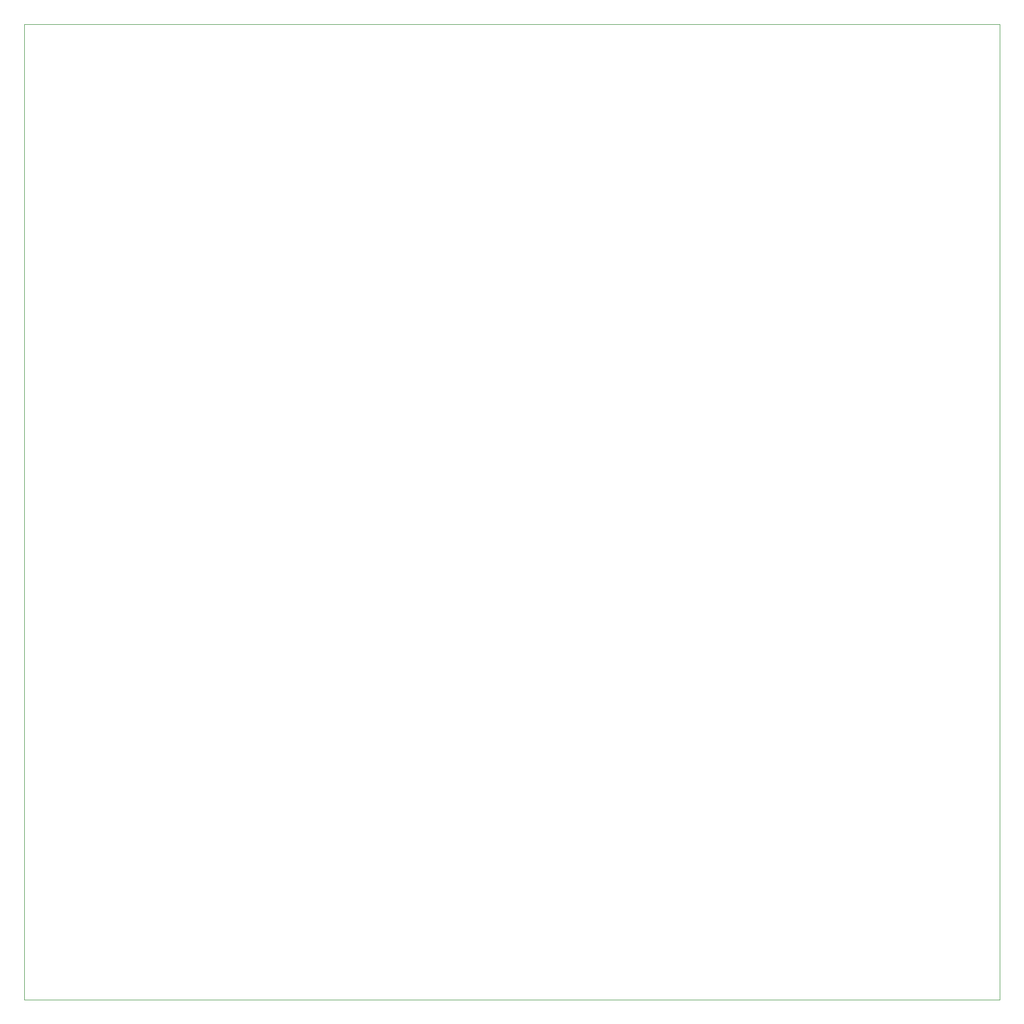
<source format=gbr>
%FSLAX34Y34*%
%MOMM*%
%LNOUTLINE*%
G71*
G01*
%ADD10C,0.002*%
%LPD*%
G54D10*
X-254000Y203200D02*
X1346000Y203200D01*
X1346000Y-1396800D01*
X-254000Y-1396800D01*
X-254000Y203200D01*
M02*

</source>
